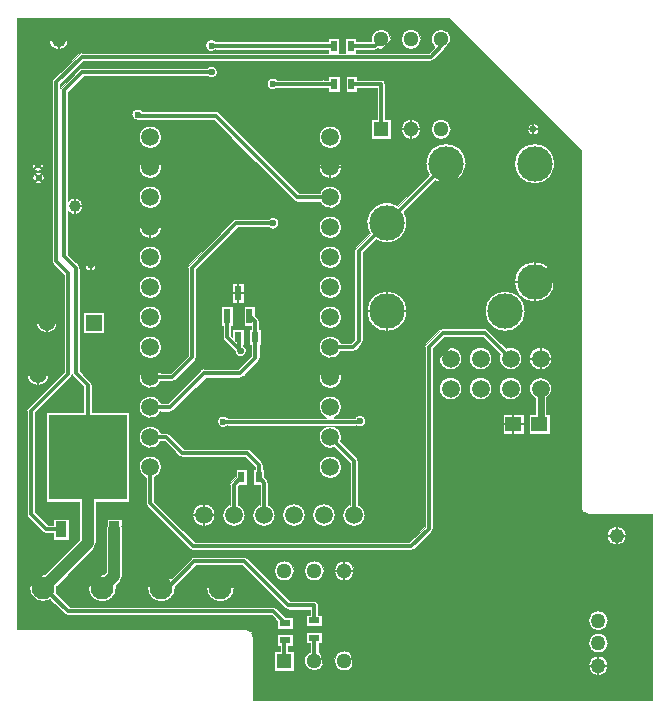
<source format=gbr>
%FSLAX35Y35*%
%MOIN*%
G04 EasyPC Gerber Version 18.0.8 Build 3632 *
%ADD15R,0.02200X0.03700*%
%ADD18R,0.02300X0.05000*%
%ADD13R,0.03500X0.05500*%
%ADD14R,0.26000X0.28400*%
%ADD141R,0.05100X0.05100*%
%ADD150R,0.05400X0.05400*%
%ADD10C,0.00394*%
%ADD11C,0.00787*%
%ADD165C,0.01181*%
%ADD19C,0.02362*%
%ADD164C,0.03937*%
%ADD70C,0.04800*%
%ADD139C,0.05000*%
%ADD142C,0.05100*%
%ADD151C,0.05400*%
%ADD166C,0.05600*%
%ADD12C,0.05906*%
%ADD143C,0.07677*%
%ADD140C,0.11811*%
%ADD16R,0.03700X0.02200*%
%ADD17R,0.05400X0.05100*%
X0Y0D02*
D02*
D10*
X80641Y25635D02*
X81072D01*
Y25096*
G75*
G02X81406Y23872I-2082J-1225*
G01*
Y2665*
X214370*
Y64763*
X193163*
G75*
G02X190748Y67179J2415*
G01*
Y186257*
X146887Y230118*
X2665*
Y26287*
X78990*
G75*
G02X80641Y25635J-2415*
G01*
X6225Y111068D02*
G75*
G02X13400I3587D01*
G01*
G75*
G02X6225I-3587*
G01*
X7844Y180950D02*
G75*
G02X11781I1969D01*
G01*
G75*
G02X7844I-1969*
G01*
X8041Y176816D02*
G75*
G02X11978I1969D01*
G01*
G75*
G02X8041I-1969*
G01*
X9278Y128587D02*
G75*
G02X16252I3487D01*
G01*
G75*
G02X9278I-3487*
G01*
X12262Y44778D02*
X23592Y56107D01*
Y68923*
X12561*
Y98895*
X24970*
Y107347*
X21436Y110881*
G75*
G02X21203Y111192I974J975*
G01*
G75*
G02X20826Y110487I-1351J269*
G01*
X8828Y98489*
Y65379*
X13170Y61037*
X14951*
Y63194*
X20026*
Y56120*
X14951*
Y58281*
X12599*
G75*
G02X11625Y58684J1378*
G01*
X6476Y63833*
G75*
G02X6072Y64808I974J974*
G01*
Y99060*
G75*
G02X6476Y100034I1378*
G01*
X18474Y112032*
Y144552*
X14940Y148085*
G75*
G02X14537Y149060I974J974*
G01*
Y208706*
G75*
G02X14940Y209680I1378*
G01*
X23405Y218144*
G75*
G02X24379Y218548I974J-974*
G01*
X106453*
Y219532*
X69092*
G75*
G02X65718Y220910I-1406J1378*
G01*
G75*
G02X69092Y222288I1969*
G01*
X106453*
Y223549*
X110226*
Y218548*
X112152*
Y223549*
X115927*
Y222288*
X120913*
G75*
G02X124182Y226295I3270J669*
G01*
G75*
G02Y219620J-3337*
G01*
G75*
G02X122999Y219837I0J3337*
G01*
G75*
G02X122135Y219532I-864J1074*
G01*
X115927*
Y218548*
X140147*
X142017Y220418*
G75*
G02X144182Y226295I2165J2539*
G01*
G75*
G02X145284Y219807J-3337*
G01*
G75*
G02X145157Y219660I-1101J828*
G01*
X141692Y216196*
G75*
G02X140718Y215792I-974J974*
G01*
X24950*
X17293Y208135*
Y206659*
G75*
G02X17499Y206924I1181J-709*
G01*
X23602Y213026*
G75*
G02X24576Y213430I974J-974*
G01*
X66280*
G75*
G02X69655Y212052I1406J-1378*
G01*
G75*
G02X66280Y210674I-1969*
G01*
X25147*
X19852Y205379*
Y169072*
G75*
G02X24773Y167367I2165J-1705*
G01*
G75*
G02X19852Y165662I-2756*
G01*
Y151206*
X23385Y147672*
G75*
G02X23789Y146698I-974J-974*
G01*
Y112426*
X27322Y108893*
G75*
G02X27726Y107918I-974J-974*
G01*
Y98895*
X40136*
Y68923*
X29104*
Y54965*
G75*
G02X28296Y53017I-2756*
G01*
X16160Y40880*
G75*
G02X15809Y38319I-4576J-678*
G01*
X20422Y33706*
X88253*
G75*
G02X89227Y33303J-1378*
G01*
X92157Y30372*
X94734*
Y26596*
X89459*
Y29173*
X87682Y30950*
X19852*
G75*
G02X18877Y31354J1378*
G01*
X13984Y36247*
G75*
G02X6958Y40202I-2400J3954*
G01*
G75*
G02X12262Y44778I4626*
G01*
X13515Y222682D02*
G75*
G02X19889I3187D01*
G01*
G75*
G02X13515I-3187*
G01*
X25363Y147682D02*
G75*
G02X29300I1969D01*
G01*
G75*
G02X25363I-1969*
G01*
X31947Y44778D02*
X32450Y45280D01*
Y59659*
G75*
G02X32667Y60731I2756*
G01*
Y63194*
X37742*
Y60737*
G75*
G02X37962Y59659I-2537J-1078*
G01*
Y44139*
G75*
G02X37155Y42190I-2756*
G01*
X35845Y40880*
G75*
G02X35895Y40202I-4575J-678*
G01*
G75*
G02X26643I-4626*
G01*
G75*
G02X31947Y44778I4626*
G01*
X31951Y132076D02*
Y125100D01*
X24978*
Y132076*
X31951*
X43472Y195950D02*
G75*
G02X41111Y197879I-392J1929D01*
G01*
G75*
G02X44683Y199020I1969*
G01*
X69064*
G75*
G02X70147Y198573J-1535*
G01*
X78651Y190109*
G75*
G02X78654Y190106I-1032J-1207*
G01*
X96865Y171894*
X103843*
G75*
G02X110993Y170359I3411J-1535*
G01*
G75*
G02X103843Y168824I-3740*
G01*
X96230*
G75*
G02X95144Y169273J1535*
G01*
X76485Y187932*
X68430Y195950*
X43472*
X45875Y76882D02*
G75*
G02X43513Y80359I1378J3477D01*
G01*
G75*
G02X50993I3740*
G01*
G75*
G02X48631Y76882I-3740*
G01*
Y68883*
X62155Y55359*
X133651*
X138749Y60457*
Y120517*
G75*
G02X139153Y121491I1378*
G01*
X143877Y126215*
G75*
G02X144852Y126619I974J-974*
G01*
X158670*
G75*
G02X159645Y126215J-1378*
G01*
X165848Y120013*
G75*
G02X167332Y120320I1484J-3433*
G01*
G75*
G02Y112839J-3740*
G01*
G75*
G02X163899Y118064J3740*
G01*
X158100Y123863*
X145422*
X141505Y119946*
Y59887*
G75*
G02X141102Y58912I-1378*
G01*
X135196Y53007*
G75*
G02X134222Y52603I-974J974*
G01*
X61584*
G75*
G02X60609Y53007J1378*
G01*
X46279Y67337*
G75*
G02X45875Y68312I974J974*
G01*
Y76882*
X50664Y98824D02*
G75*
G02X43513Y100359I-3411J1535D01*
G01*
G75*
G02X50664Y101894I3740*
G01*
X53192*
X64041Y112744*
G75*
G02X65127Y113194I1086J-1086*
G01*
X76499*
X80718Y117412*
Y121226*
X80262*
Y126502*
X80772*
Y127553*
X78356*
Y134128*
X82230*
Y130853*
X83125Y129958*
G75*
G02X83528Y128984I-974J-974*
G01*
Y126502*
X84037*
Y121226*
X83789*
Y116776*
G75*
G02X83339Y115691I-1535*
G01*
X78221Y110572*
G75*
G02X77135Y110123I-1086J1086*
G01*
X65763*
X54914Y99273*
G75*
G02X53828Y98824I-1086J1086*
G01*
X50664*
X50730Y88981D02*
G75*
G02X43513Y90359I-3477J1378D01*
G01*
G75*
G02X50730Y91737I3740*
G01*
X52568*
G75*
G02X53543Y91333J-1378*
G01*
X58415Y86461*
X79497*
G75*
G02X80472Y86058J-1378*
G01*
X84409Y82121*
G75*
G02X84812Y81146I-974J-974*
G01*
Y79651*
X85219*
Y77098*
X86102Y76215*
G75*
G02X86505Y75241I-974J-974*
G01*
Y67891*
G75*
G02X88867Y64414I-1378J-3477*
G01*
G75*
G02X81387I-3740*
G01*
G75*
G02X83749Y67891I3740*
G01*
Y74376*
X81443*
Y79651*
X82056*
Y80576*
X78926Y83706*
X57844*
G75*
G02X56869Y84109J1378*
G01*
X51997Y88981*
X50730*
Y108981D02*
G75*
G02X43513Y110359I-3477J1378D01*
G01*
G75*
G02X50730Y111737I3740*
G01*
X54005*
X59812Y117544*
Y146894*
G75*
G02X60216Y147869I1378*
G01*
X74980Y162633*
G75*
G02X75954Y163036I974J-974*
G01*
X86753*
G75*
G02X90127Y161658I1406J-1378*
G01*
G75*
G02X86753Y160280I-1969*
G01*
X76525*
X62568Y146324*
Y116973*
G75*
G02X62165Y115999I-1378*
G01*
X55550Y109385*
G75*
G02X54576Y108981I-974J974*
G01*
X50730*
X50993Y120359D02*
G75*
G02X43513I-3740D01*
G01*
G75*
G02X50993I3740*
G01*
Y130359D02*
G75*
G02X43513I-3740D01*
G01*
G75*
G02X50993I3740*
G01*
Y140359D02*
G75*
G02X43513I-3740D01*
G01*
G75*
G02X50993I3740*
G01*
Y150359D02*
G75*
G02X43513I-3740D01*
G01*
G75*
G02X50993I3740*
G01*
Y160359D02*
G75*
G02X43513I-3740D01*
G01*
G75*
G02X50993I3740*
G01*
Y170359D02*
G75*
G02X43513I-3740D01*
G01*
G75*
G02X50993I3740*
G01*
Y180359D02*
G75*
G02X43513I-3740D01*
G01*
G75*
G02X50993I3740*
G01*
Y190359D02*
G75*
G02X43513I-3740D01*
G01*
G75*
G02X50993I3740*
G01*
X54331Y43363D02*
X61003Y50034D01*
G75*
G02X61978Y50438I974J-974*
G01*
X78513*
G75*
G02X79487Y50034J-1378*
G01*
X93848Y35674*
X101938*
G75*
G02X103316Y34296J-1378*
G01*
Y31159*
X104577*
Y27383*
X99301*
Y31159*
X100560*
Y32918*
X93277*
G75*
G02X92302Y33322J1378*
G01*
X77942Y47682*
X62548*
X55554Y40688*
G75*
G02X55580Y40202I-4600J-486*
G01*
G75*
G02X46328I-4626*
G01*
G75*
G02X54331Y43363I4626*
G01*
X61387Y64414D02*
G75*
G02X68867I3740D01*
G01*
G75*
G02X61387I-3740*
G01*
X66013Y40202D02*
G75*
G02X75265I4626D01*
G01*
G75*
G02X66013I-4626*
G01*
X71417Y127553D02*
X70856D01*
Y134128*
X74730*
Y127553*
X74172*
Y124247*
X74563Y123856*
Y126502*
X78337*
Y121226*
X78316*
Y120843*
G75*
G02X79300Y119139I-984J-1705*
G01*
G75*
G02X75363I-1969*
G01*
G75*
G02Y119158I1965J10*
G01*
X71820Y122702*
G75*
G02X71417Y123676I974J974*
G01*
Y127553*
X73029Y94139D02*
G75*
G02X69655Y95517I-1406J1378D01*
G01*
G75*
G02X73029Y96894I1969*
G01*
X105844*
G75*
G02X103513Y100359I1409J3465*
G01*
G75*
G02X110993I3740*
G01*
G75*
G02X108662Y96894I-3740*
G01*
X115521*
G75*
G02X119064Y95713I1575J-1181*
G01*
G75*
G02X115915Y94139I-1969*
G01*
X73029*
X73749Y67891D02*
Y74508D01*
G75*
G02X74153Y75483I1378*
G01*
X75744Y77074*
Y79651*
X79518*
Y74376*
X76943*
X76505Y73937*
Y67891*
G75*
G02X78867Y64414I-1378J-3477*
G01*
G75*
G02X71387I-3740*
G01*
G75*
G02X73749Y67891I3740*
G01*
X74608Y135254D02*
Y141828D01*
X78482*
Y135254*
X74608*
X89565Y206737D02*
G75*
G02X86190Y208115I-1406J1378D01*
G01*
G75*
G02X89565Y209493I1969*
G01*
X104362*
G75*
G02X105026I332J-1379*
G01*
X106650*
Y210754*
X110423*
Y205478*
X106650*
Y206737*
X105026*
G75*
G02X104362I-332J1379*
G01*
X89565*
X90521Y19130D02*
Y20897D01*
X89459*
Y24671*
X94734*
Y20897*
X93277*
Y19130*
X95236*
Y12454*
X88561*
Y19130*
X90521*
X91387Y64414D02*
G75*
G02X98867I3740D01*
G01*
G75*
G02X91387I-3740*
G01*
X91899Y42455D02*
G75*
G02Y49130J3337D01*
G01*
G75*
G02Y42455J-3337*
G01*
X100403Y18776D02*
Y21685D01*
X99301*
Y25458*
X104577*
Y21685*
X103474*
Y18735*
G75*
G02X101899Y12455I-1575J-2943*
G01*
G75*
G02X100403Y18776J3337*
G01*
X101387Y64414D02*
G75*
G02X108867I3740D01*
G01*
G75*
G02X101387I-3740*
G01*
X101899Y42455D02*
G75*
G02Y49130J3337D01*
G01*
G75*
G02Y42455J-3337*
G01*
X108737Y86926D02*
G75*
G02X103513Y90359I-1484J3433D01*
G01*
G75*
G02X110993I3740*
G01*
G75*
G02X110686Y88875I-3740*
G01*
X116102Y83459*
G75*
G02X116505Y82485I-974J-974*
G01*
Y67891*
G75*
G02X118867Y64414I-1378J-3477*
G01*
G75*
G02X111387I-3740*
G01*
G75*
G02X113749Y67891I3740*
G01*
Y81914*
X108737Y86926*
X110730Y121738D02*
X114163D01*
X115325Y122899*
Y152406*
G75*
G02X115728Y153381I1378*
G01*
X120545Y158198*
G75*
G02X129808Y167461I5605J3657*
G01*
X140230Y177883*
G75*
G02X139143Y181540I5606J3657*
G01*
G75*
G02X152529I6693*
G01*
G75*
G02X142179Y175935I-6693*
G01*
X131757Y165512*
G75*
G02X122494Y156249I-5606J-3657*
G01*
X118081Y151835*
Y122328*
G75*
G02X117677Y121353I-1378*
G01*
X115707Y119385*
G75*
G02X114733Y118982I-974J975*
G01*
X110731*
G75*
G02X103513Y120359I-3478J1377*
G01*
G75*
G02X110730Y121738I3740*
G01*
X110993Y80359D02*
G75*
G02X103513I-3740D01*
G01*
G75*
G02X110993I3740*
G01*
Y110359D02*
G75*
G02X103513I-3740D01*
G01*
G75*
G02X110993I3740*
G01*
Y130359D02*
G75*
G02X103513I-3740D01*
G01*
G75*
G02X110993I3740*
G01*
Y140359D02*
G75*
G02X103513I-3740D01*
G01*
G75*
G02X110993I3740*
G01*
Y150359D02*
G75*
G02X103513I-3740D01*
G01*
G75*
G02X110993I3740*
G01*
Y160359D02*
G75*
G02X103513I-3740D01*
G01*
G75*
G02X110993I3740*
G01*
Y180359D02*
G75*
G02X103513I-3740D01*
G01*
G75*
G02X110993I3740*
G01*
Y190359D02*
G75*
G02X103513I-3740D01*
G01*
G75*
G02X110993I3740*
G01*
X111899Y12455D02*
G75*
G02Y19130J3337D01*
G01*
G75*
G02Y12455J-3337*
G01*
Y42455D02*
G75*
G02Y49130J3337D01*
G01*
G75*
G02Y42455J-3337*
G01*
X116124Y206737D02*
Y205478D01*
X112348*
Y210754*
X116124*
Y209493*
X124182*
G75*
G02X125560Y208115J-1378*
G01*
Y196295*
X127520*
Y189620*
X120844*
Y196295*
X122804*
Y206737*
X116124*
X119458Y132328D02*
G75*
G02X132844I6693D01*
G01*
G75*
G02X119458I-6693*
G01*
X134182Y189620D02*
G75*
G02Y196295J3337D01*
G01*
G75*
G02Y189620J-3337*
G01*
Y219620D02*
G75*
G02Y226295J3337D01*
G01*
G75*
G02Y219620J-3337*
G01*
X144182Y189620D02*
G75*
G02Y196295J3337D01*
G01*
G75*
G02Y189620J-3337*
G01*
X147332Y110320D02*
G75*
G02Y102839J-3740D01*
G01*
G75*
G02Y110320J3740*
G01*
Y120320D02*
G75*
G02Y112839J-3740D01*
G01*
G75*
G02Y120320J3740*
G01*
X157332Y110320D02*
G75*
G02Y102839J-3740D01*
G01*
G75*
G02Y110320J3740*
G01*
Y120320D02*
G75*
G02Y112839J-3740D01*
G01*
G75*
G02Y120320J3740*
G01*
X158828Y132328D02*
G75*
G02X172214I6693D01*
G01*
G75*
G02X158828I-6693*
G01*
X164821Y98263D02*
X171793D01*
Y91588*
X164821*
Y98263*
X167332Y110320D02*
G75*
G02Y102839J-3740D01*
G01*
G75*
G02Y110320J3740*
G01*
X173001Y192957D02*
G75*
G02X176938I1969D01*
G01*
G75*
G02X173001I-1969*
G01*
X175363Y98263D02*
Y103399D01*
G75*
G02X177332Y110320I1969J3180*
G01*
G75*
G02X179300Y103399J-3740*
G01*
Y98263*
X180396*
Y91588*
X173419*
Y98263*
X175363*
Y135477D02*
G75*
G02Y148863J6693D01*
G01*
G75*
G02Y135477J-6693*
G01*
Y174847D02*
G75*
G02Y188233J6693D01*
G01*
G75*
G02Y174847J-6693*
G01*
X177332Y120320D02*
G75*
G02Y112839J-3740D01*
G01*
G75*
G02Y120320J3740*
G01*
X196623Y10930D02*
G75*
G02Y17505J3287D01*
G01*
G75*
G02Y10930J-3287*
G01*
Y18430D02*
G75*
G02Y25005J3287D01*
G01*
G75*
G02Y18430J-3287*
G01*
Y25930D02*
G75*
G02Y32505J3287D01*
G01*
G75*
G02Y25930J-3287*
G01*
X199538Y57524D02*
G75*
G02X205913I3187D01*
G01*
G75*
G02X199538I-3187*
G01*
X2665Y111068D02*
G36*
Y106580D01*
X13021*
X17509Y111068*
X13400*
G75*
G02X6225I-3587*
G01*
X2665*
G37*
X6225D02*
G36*
G75*
G02X13400I3587D01*
G01*
X17509*
X18474Y112032*
Y116580*
X2665*
Y111068*
X6225*
G37*
X25147D02*
G36*
X27322Y108893D01*
G75*
G02X27726Y107918I-974J-974*
G01*
Y106580*
X57877*
X62365Y111068*
X57233*
X55550Y109385*
G75*
G02X54576Y108981I-974J974*
G01*
X50730*
G75*
G02X43513Y110359I-3477J1378*
G01*
G75*
G02X43581Y111068I3740*
G01*
X25147*
G37*
X43581D02*
G36*
G75*
G02X50730Y111737I3672J-709D01*
G01*
X54005*
X58848Y116580*
X23789*
Y112426*
X25147Y111068*
X43581*
G37*
X62365D02*
G36*
X64041Y112744D01*
G75*
G02X65127Y113194I1086J-1086*
G01*
X76499*
X79885Y116580*
X62511*
G75*
G02X62165Y115999I-1320J394*
G01*
X57233Y111068*
X62365*
G37*
X78716D02*
G36*
X78221Y110572D01*
G75*
G02X77135Y110123I-1086J1086*
G01*
X65763*
X62220Y106580*
X138749*
Y111068*
X110926*
G75*
G02X110993Y110359I-3673J-709*
G01*
G75*
G02X103513I-3740*
G01*
G75*
G02X103581Y111068I3740*
G01*
X78716*
G37*
X103581D02*
G36*
G75*
G02X110926I3672J-709D01*
G01*
X138749*
Y116580*
X83776*
G75*
G02X83339Y115691I-1523J197*
G01*
X78716Y111068*
X103581*
G37*
X141505D02*
G36*
Y106580D01*
X143592*
G75*
G02X147332Y110320I3740*
G01*
G75*
G02X151072Y106580J-3740*
G01*
X153592*
G75*
G02X157332Y110320I3740*
G01*
G75*
G02X161072Y106580J-3740*
G01*
X163592*
G75*
G02X167332Y110320I3740*
G01*
G75*
G02X171072Y106580J-3740*
G01*
X173592*
G75*
G02X177332Y110320I3740*
G01*
G75*
G02X181072Y106580J-3740*
G01*
X190748*
Y111068*
X141505*
G37*
X190748D02*
G36*
Y116580D01*
X181072*
G75*
G02X177332Y112839I-3740*
G01*
G75*
G02X173592Y116580J3740*
G01*
X171072*
G75*
G02X167332Y112839I-3740*
G01*
G75*
G02X163592Y116580J3740*
G01*
X161072*
G75*
G02X157332Y112839I-3740*
G01*
G75*
G02X153592Y116580J3740*
G01*
X151072*
G75*
G02X147332Y112839I-3740*
G01*
G75*
G02X143592Y116580J3740*
G01*
X141505*
Y111068*
X190748*
G37*
X2665Y180950D02*
G36*
Y176816D01*
X8041*
G75*
G02X11978I1969*
G01*
X14537*
Y180950*
X11781*
G75*
G02X7844I-1969*
G01*
X2665*
G37*
X7844D02*
G36*
G75*
G02X11781I1969D01*
G01*
X14537*
Y190359*
X2665*
Y180950*
X7844*
G37*
X19852D02*
G36*
Y176816D01*
X46056*
G75*
G02X43513Y180359I1197J3543*
G01*
G75*
G02X43560Y180950I3740J0*
G01*
X19852*
G37*
X43560D02*
G36*
G75*
G02X50946I3693J-591D01*
G01*
X83468*
X76485Y187932*
X74047Y190359*
X50993*
G75*
G02X43513I-3740*
G01*
X19852*
Y180950*
X43560*
G37*
X50946D02*
G36*
G75*
G02X50993Y180359I-3694J-590D01*
G01*
G75*
G02X48450Y176816I-3740*
G01*
X87601*
X83468Y180950*
X50946*
G37*
X87810D02*
G36*
X91944Y176816D01*
X106056*
G75*
G02X103513Y180359I1197J3543*
G01*
G75*
G02X103560Y180950I3740J0*
G01*
X87810*
G37*
X103560D02*
G36*
G75*
G02X110946I3693J-591D01*
G01*
X139169*
G75*
G02X139143Y181540I6666J589*
G01*
G75*
G02X152529I6693*
G01*
G75*
G02X152503Y180950I-6693J-1*
G01*
X168696*
G75*
G02X175363Y188233I6667J591*
G01*
G75*
G02X182030Y180950J-6693*
G01*
X190748*
Y186257*
X186646Y190359*
X146277*
G75*
G02X144182Y189620I-2094J2598*
G01*
G75*
G02X142088Y190359J3337*
G01*
X136277*
G75*
G02X134182Y189620I-2094J2598*
G01*
G75*
G02X132088Y190359J3337*
G01*
X127520*
Y189620*
X120844*
Y190359*
X110993*
G75*
G02X103513I-3740*
G01*
X78400*
X78651Y190109*
G75*
G02X78654Y190106I-1032J-1207*
G01*
X87810Y180950*
X103560*
G37*
X110946D02*
G36*
G75*
G02X110993Y180359I-3694J-590D01*
G01*
G75*
G02X108450Y176816I-3740*
G01*
X139163*
X140230Y177883*
G75*
G02X139169Y180950I5606J3657*
G01*
X110946*
G37*
X152503Y180950D02*
G36*
G75*
G02X150576Y176817I-6667J591D01*
G01*
X170622*
G75*
G02X168696Y180950I4741J4724*
G01*
X152503*
G37*
X182030D02*
G36*
G75*
G02X180104Y176817I-6667J591D01*
G01*
X190748*
Y180950*
X182030*
G37*
X2665Y176816D02*
G36*
Y170359D01*
X14537*
Y176816*
X11978*
G75*
G02X8041I-1969*
G01*
X2665*
G37*
X19852D02*
G36*
Y170359D01*
X43513*
G75*
G02X50993I3740*
G01*
X94058*
X87601Y176816*
X48450*
G75*
G02X46056I-1197J3543*
G01*
X19852*
G37*
X91944D02*
G36*
X96865Y171894D01*
X103843*
G75*
G02X110993Y170359I3411J-1535*
G01*
X132706*
X139163Y176816*
X108450*
G75*
G02X106056I-1197J3543*
G01*
X91944*
G37*
X150576D02*
G36*
G75*
G02X142179Y175935I-4741J4724D01*
G01*
X136604Y170359*
X190748*
Y176816*
X180104*
G75*
G02X175363Y174847I-4741J4724*
G01*
G75*
G02X170622Y176816J6693*
G01*
X150576*
G37*
X2665Y128587D02*
G36*
Y120359D01*
X18474*
Y128587*
X16252*
G75*
G02X9278I-3487*
G01*
X2665*
G37*
X9278D02*
G36*
G75*
G02X16252I3487D01*
G01*
X18474*
Y140359*
X2665*
Y128587*
X9278*
G37*
X23789D02*
G36*
Y120359D01*
X43513*
G75*
G02X50993I3740*
G01*
X59812*
Y128587*
X50547*
G75*
G02X43959I-3294J1772*
G01*
X31951*
Y125100*
X24978*
Y128587*
X23789*
G37*
X24978D02*
G36*
Y132076D01*
X31951*
Y128587*
X43959*
G75*
G02X43513Y130359I3294J1771*
G01*
G75*
G02X50993I3740*
G01*
G75*
G02X50547Y128587I-3740J0*
G01*
X59812*
Y140359*
X50993*
G75*
G02X43513I-3740*
G01*
X23789*
Y128587*
X24978*
G37*
X62568D02*
G36*
Y120359D01*
X74163*
X71820Y122702*
G75*
G02X71417Y123676I974J974*
G01*
Y127553*
X70856*
Y128587*
X62568*
G37*
X70856D02*
G36*
Y134128D01*
X74730*
Y128587*
X78356*
Y134128*
X82230*
Y130853*
X83125Y129958*
G75*
G02X83528Y128984I-974J-974*
G01*
Y128587*
X103959*
G75*
G02X103513Y130359I3294J1771*
G01*
G75*
G02X110993I3740*
G01*
G75*
G02X110547Y128587I-3740J0*
G01*
X115325*
Y140359*
X110993*
G75*
G02X103513I-3740*
G01*
X78482*
Y135254*
X74608*
Y140359*
X62568*
Y128587*
X70856*
G37*
X74730D02*
G36*
Y127553D01*
X74172*
Y124247*
X74563Y123856*
Y126502*
X78337*
Y121226*
X78316*
Y120843*
G75*
G02X78876Y120359I-984J-1705*
G01*
X80718*
Y121226*
X80262*
Y126502*
X80772*
Y127553*
X78356*
Y128587*
X74730*
G37*
X83528D02*
G36*
Y126502D01*
X84037*
Y121226*
X83789*
Y120359*
X103513*
G75*
G02X110730Y121738I3740*
G01*
X114163*
X115325Y122899*
Y128587*
X110547*
G75*
G02X103959I-3294J1772*
G01*
X83528*
G37*
X118081D02*
G36*
Y122328D01*
G75*
G02X117677Y121353I-1378*
G01*
X116682Y120359*
X138749*
Y120517*
G75*
G02X139153Y121491I1378*
G01*
X143877Y126215*
G75*
G02X144852Y126619I974J-974*
G01*
X158670*
G75*
G02X159645Y126215J-1378*
G01*
X165501Y120359*
X190748*
Y128587*
X171071*
G75*
G02X159970I-5550J3740*
G01*
X131701*
G75*
G02X120600I-5550J3740*
G01*
X118081*
G37*
X120600D02*
G36*
G75*
G02X119458Y132328I5550J3740D01*
G01*
G75*
G02X132844I6693*
G01*
G75*
G02X131701Y128587I-6693*
G01*
X159970*
G75*
G02X158828Y132328I5550J3740*
G01*
G75*
G02X172214I6693*
G01*
G75*
G02X171071Y128587I-6693*
G01*
X190748*
Y140359*
X181807*
G75*
G02X175363Y135477I-6443J1811*
G01*
G75*
G02X168920Y140359J6693*
G01*
X118081*
Y128587*
X120600*
G37*
X2665Y222682D02*
G36*
Y208116D01*
X14537*
Y208706*
G75*
G02X14940Y209680I1378*
G01*
X23405Y218144*
G75*
G02X24379Y218548I974J-974*
G01*
X106453*
Y219532*
X69092*
G75*
G02X65718Y220910I-1406J1378*
G01*
G75*
G02X66828Y222682I1969*
G01*
X19889*
G75*
G02X13515I-3187*
G01*
X2665*
G37*
X13515D02*
G36*
G75*
G02X19889I3187D01*
G01*
X66828*
G75*
G02X69092Y222288I858J-1772*
G01*
X106453*
Y223549*
X110226*
Y218548*
X112152*
Y223549*
X115927*
Y222288*
X120913*
G75*
G02X124182Y226295I3270J669*
G01*
G75*
G02X127508Y222682J-3337*
G01*
X130856*
G75*
G02X134182Y226295I3326J276*
G01*
G75*
G02X137508Y222682J-3337*
G01*
X140856*
G75*
G02X144182Y226295I3326J276*
G01*
G75*
G02X147508Y222682J-3337*
G01*
X154323*
X146887Y230118*
X2665*
Y222682*
X13515*
G37*
X127508D02*
G36*
G75*
G02X124182Y219620I-3326J276D01*
G01*
G75*
G02X122999Y219837I0J3337*
G01*
G75*
G02X122135Y219532I-864J1074*
G01*
X115927*
Y218548*
X140147*
X142017Y220418*
G75*
G02X140856Y222682I2165J2539*
G01*
X137508*
G75*
G02X134182Y219620I-3326J276*
G01*
G75*
G02X130856Y222682J3337*
G01*
X127508*
G37*
X147508D02*
G36*
G75*
G02X145284Y219807I-3326J276D01*
G01*
G75*
G02X145157Y219660I-1101J828*
G01*
X141692Y216196*
G75*
G02X140718Y215792I-974J974*
G01*
X24950*
X17293Y208135*
Y206659*
G75*
G02X17499Y206924I1181J-709*
G01*
X23602Y213026*
G75*
G02X24576Y213430I974J-974*
G01*
X66280*
G75*
G02X69655Y212052I1406J-1378*
G01*
G75*
G02X66280Y210674I-1969*
G01*
X25147*
X22589Y208116*
X86190*
G75*
G02X89565Y209493I1969J0*
G01*
X104362*
G75*
G02X105026I332J-1379*
G01*
X106650*
Y210754*
X110423*
Y208116*
X112348*
Y210754*
X116124*
Y209493*
X124182*
G75*
G02X125560Y208116J-1377*
G01*
X168889*
X154323Y222682*
X147508*
G37*
X2665Y147682D02*
G36*
Y140359D01*
X18474*
Y144552*
X15344Y147682*
X2665*
G37*
X15344D02*
G36*
X14940Y148085D01*
G75*
G02X14537Y149060I974J974*
G01*
Y160359*
X2665*
Y147682*
X15344*
G37*
X23375D02*
G36*
X23385Y147672D01*
G75*
G02X23789Y146698I-974J-974*
G01*
Y140359*
X43513*
G75*
G02X50993I3740*
G01*
X59812*
Y146894*
G75*
G02X60059Y147682I1378J0*
G01*
X49865*
G75*
G02X44641I-2612J2677*
G01*
X29300*
G75*
G02X25363I-1969*
G01*
X23375*
G37*
X25363D02*
G36*
G75*
G02X29300I1969D01*
G01*
X44641*
G75*
G02X43513Y150359I2612J2677*
G01*
G75*
G02X50993I3740*
G01*
G75*
G02X49865Y147682I-3740*
G01*
X60059*
G75*
G02X60216Y147869I1131J-788*
G01*
X72706Y160359*
X50993*
G75*
G02X43513I-3740*
G01*
X19852*
Y151206*
X23375Y147682*
X25363*
G37*
X63926D02*
G36*
X62568Y146324D01*
Y140359*
X74608*
Y141828*
X78482*
Y140359*
X103513*
G75*
G02X110993I3740*
G01*
X115325*
Y147682*
X109865*
G75*
G02X104641I-2612J2677*
G01*
X63926*
G37*
X104641D02*
G36*
G75*
G02X103513Y150359I2612J2677D01*
G01*
G75*
G02X110993I3740*
G01*
G75*
G02X109865Y147682I-3740*
G01*
X115325*
Y152406*
G75*
G02X115728Y153381I1378*
G01*
X120545Y158198*
G75*
G02X119627Y160359I5605J3658*
G01*
X110993*
G75*
G02X103513I-3740*
G01*
X89637*
G75*
G02X86753Y160280I-1479J1299*
G01*
X76525*
X63926Y147682*
X104641*
G37*
X118081Y147683D02*
G36*
Y140360D01*
X168920*
G75*
G02X171567Y147683I6443J1811*
G01*
X118081*
G37*
X171567Y147682D02*
G36*
G75*
G02X175363Y148863I3797J-5512D01*
G01*
G75*
G02X179160Y147682J-6693*
G01*
X190748*
Y160359*
X132674*
G75*
G02X122494Y156249I-6524J1496*
G01*
X118081Y151835*
Y147682*
X171567*
G37*
X179160Y147683D02*
G36*
G75*
G02X181807Y140360I-3797J-5512D01*
G01*
X190748*
Y147683*
X179160*
G37*
X2665Y49383D02*
G36*
Y45793D01*
X13277*
X16870Y49383*
X2665*
G37*
X16870Y49385D02*
G36*
X23592Y56107D01*
Y68923*
X12561*
Y98895*
X24970*
Y107347*
X21436Y110881*
G75*
G02X21203Y111192I974J975*
G01*
G75*
G02X20826Y110487I-1351J269*
G01*
X8828Y98489*
Y65379*
X13170Y61037*
X14951*
Y63194*
X20026*
Y56120*
X14951*
Y57524*
X2665*
Y49385*
X16870*
G37*
X24665Y49383D02*
G36*
X21072Y45793D01*
X32451*
Y49383*
X24665*
G37*
X32450Y49385D02*
G36*
Y57524D01*
X29104*
Y54965*
G75*
G02X28296Y53017I-2756*
G01*
X24665Y49385*
X32450*
G37*
X37963Y49383D02*
G36*
Y45793D01*
X56761*
X60354Y49383*
X37963*
G37*
X60354Y49385D02*
G36*
X61003Y50034D01*
G75*
G02X61978Y50438I974J-974*
G01*
X78513*
G75*
G02X79487Y50034J-1378*
G01*
X80137Y49385*
X214370*
Y57524*
X205913*
G75*
G02X199538I-3187*
G01*
X139714*
X135196Y53007*
G75*
G02X134222Y52603I-974J974*
G01*
X61584*
G75*
G02X60609Y53007J1378*
G01*
X56092Y57524*
X37962*
Y49385*
X60354*
G37*
X80137D02*
G36*
X83730Y45792D01*
X88561*
G75*
G02X91899Y49130I3337*
G01*
G75*
G02X95236Y45792J-3337*
G01*
X98561*
G75*
G02X101899Y49130I3337*
G01*
G75*
G02X105236Y45792J-3337*
G01*
X108561*
G75*
G02X111899Y49130I3337*
G01*
G75*
G02X115236Y45792J-3337*
G01*
X214370*
Y49385*
X80137*
G37*
X2665Y77387D02*
G36*
Y64414D01*
X6130*
G75*
G02X6072Y64808I1320J394*
G01*
Y77387*
X2665*
G37*
X6073Y77387D02*
G36*
Y94927D01*
X2665*
Y77387*
X6073*
G37*
X40136Y77387D02*
G36*
Y68923D01*
X29104*
Y64414*
X49202*
X46279Y67337*
G75*
G02X45875Y68312I974J974*
G01*
Y76882*
G75*
G02X44983Y77387I1378J3477*
G01*
X40136*
G37*
X44983D02*
G36*
G75*
G02X43513Y80359I2270J2972D01*
G01*
G75*
G02X50993I3740*
G01*
G75*
G02X49524Y77387I-3740*
G01*
X75744*
Y79651*
X79518*
Y77387*
X81443*
Y79651*
X82056*
Y80576*
X78926Y83706*
X57844*
G75*
G02X56869Y84109J1378*
G01*
X51997Y88981*
X50730*
G75*
G02X43513Y90359I-3477J1378*
G01*
G75*
G02X50730Y91737I3740*
G01*
X52568*
G75*
G02X53543Y91333J-1378*
G01*
X58415Y86461*
X79497*
G75*
G02X80472Y86058J-1378*
G01*
X84409Y82121*
G75*
G02X84812Y81146I-974J-974*
G01*
Y79651*
X85219*
Y77387*
X104983*
G75*
G02X103513Y80359I2270J2972*
G01*
G75*
G02X110993I3740*
G01*
G75*
G02X109523Y77387I-3740*
G01*
X113749*
Y81914*
X108737Y86926*
G75*
G02X103513Y90359I-1484J3433*
G01*
G75*
G02X110993I3740*
G01*
G75*
G02X110686Y88875I-3740*
G01*
X116102Y83459*
G75*
G02X116505Y82485I-974J-974*
G01*
Y77387*
X138749*
Y94926*
X118900*
G75*
G02X115915Y94139I-1804J788*
G01*
X73029*
G75*
G02X69745Y94926I-1406J1378*
G01*
X40136*
Y77387*
X44983*
G37*
X49524D02*
G36*
G75*
G02X48631Y76882I-2270J2972D01*
G01*
Y68883*
X53100Y64414*
X61387*
G75*
G02X68867I3740*
G01*
X71387*
G75*
G02X73749Y67891I3740*
G01*
Y74508*
G75*
G02X74153Y75483I1378*
G01*
X75744Y77074*
Y77387*
X49524*
G37*
X79518D02*
G36*
Y74376D01*
X76943*
X76505Y73937*
Y67891*
G75*
G02X78867Y64414I-1378J-3477*
G01*
X81387*
G75*
G02X83749Y67891I3740*
G01*
Y74376*
X81443*
Y77387*
X79518*
G37*
X85219D02*
G36*
Y77098D01*
X86102Y76215*
G75*
G02X86505Y75241I-974J-974*
G01*
Y67891*
G75*
G02X88867Y64414I-1378J-3477*
G01*
X91387*
G75*
G02X98867I3740*
G01*
X101387*
G75*
G02X108867I3740*
G01*
X111387*
G75*
G02X113749Y67891I3740*
G01*
Y77387*
X109523*
G75*
G02X104983I-2270J2972*
G01*
X85219*
G37*
X116505D02*
G36*
Y67891D01*
G75*
G02X118867Y64414I-1378J-3477*
G01*
X138749*
Y77387*
X116505*
G37*
X141505D02*
G36*
Y64414D01*
X214370*
Y64763*
X193163*
G75*
G02X190748Y67179J2415*
G01*
Y77387*
X141505*
G37*
X190748D02*
G36*
Y94926D01*
X180396*
Y91588*
X173419*
Y94926*
X171793*
Y91588*
X164821*
Y94926*
X141505*
Y77387*
X190748*
G37*
X2665Y120360D02*
G36*
Y116580D01*
X18474*
Y120360*
X2665*
G37*
X23789Y120359D02*
G36*
Y116580D01*
X58848*
X59812Y117544*
Y120359*
X50993*
G75*
G02X43513I-3740*
G01*
X23789*
G37*
X62568D02*
G36*
Y116973D01*
G75*
G02X62511Y116580I-1378*
G01*
X79885*
X80718Y117412*
Y120359*
X78876*
G75*
G02X79300Y119139I-1544J-1220*
G01*
G75*
G02X75363I-1969*
G01*
G75*
G02Y119158I1965J10*
G01*
X74163Y120359*
X62568*
G37*
X83789D02*
G36*
Y116776D01*
G75*
G02X83776Y116580I-1535J0*
G01*
X138749*
Y120359*
X116682*
X115707Y119385*
G75*
G02X114733Y118982I-974J975*
G01*
X110731*
G75*
G02X103513Y120359I-3478J1377*
G01*
X83789*
G37*
X165501D02*
G36*
X165848Y120013D01*
G75*
G02X167332Y120320I1484J-3433*
G01*
G75*
G02X171072Y116580J-3740*
G01*
X173592*
G75*
G02X177332Y120320I3740*
G01*
G75*
G02X181072Y116580J-3740*
G01*
X190748*
Y120359*
X165501*
G37*
X14537Y160360D02*
G36*
Y170360D01*
X2665*
Y160360*
X14537*
G37*
X43513Y160359D02*
G36*
G75*
G02X50993I3740D01*
G01*
X72706*
X74980Y162633*
G75*
G02X75954Y163036I974J-974*
G01*
X86753*
G75*
G02X90127Y161658I1406J-1378*
G01*
G75*
G02X89637Y160359I-1969*
G01*
X103513*
G75*
G02X110993I3740*
G01*
X119627*
G75*
G02X129808Y167461I6524J1496*
G01*
X132706Y170359*
X110993*
G75*
G02X103843Y168824I-3740*
G01*
X96230*
G75*
G02X95144Y169273J1535*
G01*
X94058Y170359*
X50993*
G75*
G02X43513I-3740*
G01*
X19852*
Y169072*
G75*
G02X24773Y167367I2165J-1705*
G01*
G75*
G02X19852Y165662I-2756*
G01*
Y160359*
X43513*
G37*
X190748D02*
G36*
Y170359D01*
X136604*
X131757Y165512*
G75*
G02X132674Y160359I-5606J-3657*
G01*
X190748*
G37*
X14537Y190360D02*
G36*
Y192958D01*
X2665*
Y190360*
X14537*
G37*
X43513D02*
G36*
G75*
G02X44563Y192958I3740D01*
G01*
X19852*
Y190360*
X43513*
G37*
X74047D02*
G36*
X71436Y192958D01*
X49943*
G75*
G02X50993Y190360I-2690J-2598*
G01*
X74047*
G37*
X103513D02*
G36*
G75*
G02X104563Y192958I3740D01*
G01*
X75789*
X78400Y190360*
X103513*
G37*
X120844D02*
G36*
Y192958D01*
X109943*
G75*
G02X110993Y190360I-2690J-2598*
G01*
X120844*
G37*
X132088D02*
G36*
G75*
G02X130845Y192958I2094J2598D01*
G01*
X127520*
Y190360*
X132088*
G37*
X142088D02*
G36*
G75*
G02X140845Y192958I2094J2598D01*
G01*
X137520*
G75*
G02X136277Y190360I-3337*
G01*
X142088*
G37*
X186646Y190359D02*
G36*
X184047Y192957D01*
X176938*
G75*
G02X173001I-1969*
G01*
X147520*
G75*
G02X146277Y190359I-3337*
G01*
X186646*
G37*
X2665Y64414D02*
G36*
Y57524D01*
X14951*
Y58281*
X12599*
G75*
G02X11625Y58684J1378*
G01*
X6476Y63833*
G75*
G02X6130Y64414I974J974*
G01*
X2665*
G37*
X29104D02*
G36*
Y57524D01*
X32450*
Y59659*
G75*
G02X32667Y60731I2756*
G01*
Y63194*
X37742*
Y60737*
G75*
G02X37962Y59659I-2537J-1078*
G01*
Y57524*
X56092*
X49202Y64414*
X29104*
G37*
X53100D02*
G36*
X62155Y55359D01*
X133651*
X138749Y60457*
Y64414*
X118867*
G75*
G02X111387I-3740*
G01*
X108867*
G75*
G02X101387I-3740*
G01*
X98867*
G75*
G02X91387I-3740*
G01*
X88867*
G75*
G02X81387I-3740*
G01*
X78867*
G75*
G02X71387I-3740*
G01*
X68867*
G75*
G02X61387I-3740*
G01*
X53100*
G37*
X141505D02*
G36*
Y59887D01*
G75*
G02X141102Y58912I-1378*
G01*
X139714Y57524*
X199538*
G75*
G02X205913I3187*
G01*
X214370*
Y64414*
X141505*
G37*
X2665Y40202D02*
G36*
Y29217D01*
X89415*
X87682Y30950*
X19852*
G75*
G02X18877Y31354J1378*
G01*
X13984Y36247*
G75*
G02X6958Y40202I-2400J3954*
G01*
X2665*
G37*
X6958D02*
G36*
G75*
G02X12262Y44778I4626D01*
G01*
X13277Y45792*
X2665*
Y40202*
X6958*
G37*
X16210D02*
G36*
G75*
G02X15809Y38319I-4626J0D01*
G01*
X20422Y33706*
X88253*
G75*
G02X89227Y33303J-1378*
G01*
X92157Y30372*
X94734*
Y29217*
X99301*
Y31159*
X100560*
Y32918*
X93277*
G75*
G02X92302Y33322J1378*
G01*
X85422Y40202*
X75265*
G75*
G02X66013I-4626*
G01*
X55580*
G75*
G02X46328I-4626*
G01*
X35895*
G75*
G02X26643I-4626*
G01*
X16210*
G37*
X26643D02*
G36*
G75*
G02X31947Y44778I4626D01*
G01*
X32450Y45280*
Y45792*
X21072*
X16160Y40880*
G75*
G02X16210Y40202I-4576J-678*
G01*
X26643*
G37*
X46328D02*
G36*
G75*
G02X54331Y43363I4626D01*
G01*
X56761Y45792*
X37962*
Y44139*
G75*
G02X37155Y42190I-2756*
G01*
X35845Y40880*
G75*
G02X35895Y40202I-4575J-678*
G01*
X46328*
G37*
X66013D02*
G36*
G75*
G02X75265I4626D01*
G01*
X85422*
X77942Y47682*
X62548*
X55554Y40688*
G75*
G02X55580Y40202I-4600J-486*
G01*
X66013*
G37*
X89320D02*
G36*
X93848Y35674D01*
X101938*
G75*
G02X103316Y34296J-1378*
G01*
Y31159*
X104577*
Y29217*
X193336*
G75*
G02X196623Y32505I3287*
G01*
G75*
G02X199911Y29217J-3287*
G01*
X214370*
Y40202*
X89320*
G37*
X214370D02*
G36*
Y45792D01*
X115236*
G75*
G02X111899Y42455I-3337*
G01*
G75*
G02X108561Y45792J3337*
G01*
X105236*
G75*
G02X101899Y42455I-3337*
G01*
G75*
G02X98561Y45792J3337*
G01*
X95236*
G75*
G02X91899Y42455I-3337*
G01*
G75*
G02X88561Y45792J3337*
G01*
X83730*
X89320Y40202*
X214370*
G37*
X2665Y98824D02*
G36*
Y94927D01*
X6073*
Y98824*
X2665*
G37*
X6072Y98824D02*
G36*
Y99060D01*
G75*
G02X6476Y100034I1378*
G01*
X13021Y106580*
X2665*
Y98824*
X6072*
G37*
X40136D02*
G36*
Y94926D01*
X69745*
G75*
G02X69655Y95517I1878J590*
G01*
G75*
G02X73029Y96894I1969*
G01*
X105844*
G75*
G02X103843Y98824I1409J3465*
G01*
X53828*
X50664*
G75*
G02X43843I-3411J1535*
G01*
X40136*
G37*
X43843D02*
G36*
G75*
G02X43513Y100359I3411J1535D01*
G01*
G75*
G02X50664Y101894I3740*
G01*
X53192*
X57877Y106580*
X27726*
Y98895*
X40136*
Y98824*
X43843*
G37*
X103843D02*
G36*
G75*
G02X103513Y100359I3411J1535D01*
G01*
G75*
G02X110993I3740*
G01*
G75*
G02X110664Y98824I-3741J0*
G01*
X138749*
Y106580*
X62220*
X54914Y99273*
G75*
G02X53828Y98824I-1086J1086*
G01*
X103843*
G37*
X110664D02*
G36*
G75*
G02X108662Y96894I-3410J1535D01*
G01*
X115521*
G75*
G02X119064Y95713I1575J-1181*
G01*
G75*
G02X118900Y94926I-1969*
G01*
X138749*
Y98824*
X110664*
G37*
X141505D02*
G36*
Y94926D01*
X164821*
Y98263*
X171793*
Y94926*
X173419*
Y98263*
X175363*
Y98824*
X141505*
G37*
X175363D02*
G36*
Y103399D01*
G75*
G02X173592Y106580I1969J3180*
G01*
X171072*
G75*
G02X167332Y102839I-3740*
G01*
G75*
G02X163592Y106580J3740*
G01*
X161072*
G75*
G02X157332Y102839I-3740*
G01*
G75*
G02X153592Y106580J3740*
G01*
X151072*
G75*
G02X147332Y102839I-3740*
G01*
G75*
G02X143592Y106580J3740*
G01*
X141505*
Y98824*
X175363*
G37*
X179300D02*
G36*
Y98263D01*
X180396*
Y94926*
X190748*
Y98824*
X179300*
G37*
X190748D02*
G36*
Y106580D01*
X181072*
G75*
G02X179300Y103399I-3740*
G01*
Y98824*
X190748*
G37*
X2665Y208116D02*
G36*
Y192958D01*
X14537*
Y208116*
X2665*
G37*
X22589D02*
G36*
X19852Y205379D01*
Y192957*
X44563*
G75*
G02X49943I2690J-2598*
G01*
X71436*
X68430Y195950*
X43472*
G75*
G02X41111Y197879I-392J1929*
G01*
G75*
G02X44683Y199020I1969*
G01*
X69064*
G75*
G02X70147Y198573J-1535*
G01*
X75789Y192957*
X104563*
G75*
G02X109943I2690J-2598*
G01*
X120844*
Y196295*
X122804*
Y206737*
X116124*
Y205478*
X112348*
Y208116*
X110423*
Y205478*
X106650*
Y206737*
X105026*
G75*
G02X104362I-332J1379*
G01*
X89565*
G75*
G02X86190Y208116I-1406J1378*
G01*
X22589*
G37*
X125560D02*
G36*
Y196295D01*
X127520*
Y192957*
X130845*
G75*
G02X134182Y196295I3337*
G01*
G75*
G02X137520Y192957J-3337*
G01*
X140845*
G75*
G02X144182Y196295I3337*
G01*
G75*
G02X147520Y192957J-3337*
G01*
X173001*
G75*
G02X176938I1969*
G01*
X184047*
X168889Y208116*
X125560*
G37*
X81406Y18563D02*
G36*
Y14218D01*
X88561*
Y18563*
X81406*
G37*
X88561D02*
G36*
Y19130D01*
X90521*
Y20897*
X89459*
Y24671*
X94734*
Y20897*
X93277*
Y19130*
X95236*
Y18563*
X100038*
G75*
G02X100403Y18776I1861J-2770*
G01*
Y21685*
X99301*
Y25458*
X104577*
Y21685*
X103474*
Y18735*
G75*
G02X103760Y18563I-1574J-2943*
G01*
X110038*
G75*
G02X111899Y19130I1861J-2770*
G01*
G75*
G02X113760Y18563J-3337*
G01*
X195699*
G75*
G02X196623Y25005I924J3155*
G01*
G75*
G02X197548Y18563J-3287*
G01*
X214370*
Y29217*
X199911*
G75*
G02X196623Y25930I-3287*
G01*
G75*
G02X193336Y29217J3287*
G01*
X104577*
Y27383*
X99301*
Y29217*
X94734*
Y26596*
X89459*
Y29173*
X89415Y29217*
X2665*
Y26287*
X78990*
G75*
G02X80641Y25635J-2415*
G01*
X81072*
Y25096*
G75*
G02X81406Y23872I-2082J-1225*
G01*
Y18563*
X88561*
G37*
X95236D02*
G36*
Y14218D01*
X98956*
G75*
G02X100038Y18563I2942J1574*
G01*
X95236*
G37*
X103760D02*
G36*
G75*
G02X104841Y14218I-1861J-2770D01*
G01*
X108956*
G75*
G02X110038Y18563I2942J1574*
G01*
X103760*
G37*
X113760D02*
G36*
G75*
G02X114841Y14217I-1861J-2770D01*
G01*
X193336*
G75*
G02X196623Y17505I3287*
G01*
G75*
G02X199911Y14217J-3287*
G01*
X214370*
Y18563*
X197548*
G75*
G02X196623Y18430I-924J3155*
G01*
G75*
G02X195699Y18563J3287*
G01*
X113760*
G37*
X143592Y116580D02*
G36*
G75*
G02X147332Y120320I3740D01*
G01*
G75*
G02X151072Y116580J-3740*
G01*
X153592*
G75*
G02X157332Y120320I3740*
G01*
G75*
G02X161072Y116580J-3740*
G01*
X163592*
G75*
G02X163899Y118064I3740*
G01*
X158100Y123863*
X145422*
X141505Y119946*
Y116580*
X143592*
G37*
X81406Y14217D02*
G36*
Y2665D01*
X214370*
Y14217*
X199911*
G75*
G02X196623Y10930I-3287*
G01*
G75*
G02X193336Y14217J3287*
G01*
X114841*
G75*
G02X111899Y12455I-2943J1575*
G01*
G75*
G02X108956Y14217J3337*
G01*
X104841*
G75*
G02X101899Y12455I-2943J1575*
G01*
G75*
G02X98956Y14217J3337*
G01*
X95236*
Y12454*
X88561*
Y14217*
X81406*
G37*
D02*
D11*
X7406Y111068D02*
X6028D01*
X9256Y180393D02*
X8281Y179419D01*
X9256Y181506D02*
X8281Y182481D01*
X9452Y176259D02*
X8478Y175285D01*
X9452Y177372D02*
X8478Y178347D01*
X9812Y108661D02*
Y107283D01*
Y113474D02*
Y114852D01*
X10369Y180393D02*
X11343Y179419D01*
X10369Y181506D02*
X11343Y182481D01*
X10459Y128587D02*
X9081D01*
X10566Y176259D02*
X11540Y175285D01*
X10566Y177372D02*
X11540Y178347D01*
X12219Y111068D02*
X13596D01*
X12765Y126281D02*
Y124903D01*
Y130894D02*
Y132272D01*
X14696Y222682D02*
X13318D01*
X15071Y128587D02*
X16449D01*
X16702Y220676D02*
Y219298D01*
Y224688D02*
Y226066D01*
X18708Y222682D02*
X20086D01*
X22017Y165792D02*
Y164414D01*
Y168942D02*
Y170320D01*
X23592Y167367D02*
X24970D01*
X26544Y147682D02*
X25167D01*
X27332Y146894D02*
Y145517D01*
Y148469D02*
Y149847D01*
X28119Y147682D02*
X29497D01*
X44694Y160359D02*
X43316D01*
X47253Y157800D02*
Y156422D01*
Y162918D02*
Y164296D01*
X49812Y160359D02*
X51190D01*
X62568Y64414D02*
X61190D01*
X65127Y61855D02*
Y60477D01*
Y66973D02*
Y68351D01*
X67686Y64414D02*
X69064D01*
X75788Y138540D02*
X74410D01*
X76544Y136433D02*
Y135056D01*
Y140646D02*
Y142024D01*
X77301Y138540D02*
X78679D01*
X104694Y180359D02*
X103316D01*
X107253Y177800D02*
Y176422D01*
Y182918D02*
Y184296D01*
X109743Y45792D02*
X108365D01*
X109812Y180359D02*
X111190D01*
X111899Y43636D02*
Y42258D01*
Y47948D02*
Y49326D01*
X114055Y45792D02*
X115433D01*
X120639Y132328D02*
X119261D01*
X126151Y126816D02*
Y125438D01*
Y137839D02*
Y139217D01*
X131663Y132328D02*
X133041D01*
X132026Y192957D02*
X130648D01*
X134182Y190801D02*
Y189423D01*
Y195114D02*
Y196492D01*
X136339Y192957D02*
X137717D01*
X166001Y94926D02*
X164623D01*
X168307Y92770D02*
Y91392D01*
Y97082D02*
Y98460D01*
X169852Y142170D02*
X168474D01*
X170614Y94926D02*
X171992D01*
X174182Y192957D02*
X172804D01*
X174773Y116580D02*
X173395D01*
X174970Y192170D02*
Y190792D01*
Y193745D02*
Y195123D01*
X175363Y136658D02*
Y135280D01*
Y147682D02*
Y149060D01*
X175757Y192957D02*
X177135D01*
X177332Y114020D02*
Y112643D01*
Y119139D02*
Y120517D01*
X179891Y116580D02*
X181269D01*
X180875Y142170D02*
X182253D01*
X194517Y14217D02*
X193139D01*
X196623Y12111D02*
Y10733D01*
Y16324D02*
Y17702D01*
X198730Y14217D02*
X200107D01*
X200719Y57524D02*
X199341D01*
X202726Y55518D02*
Y54140D01*
Y59531D02*
Y60909D01*
X204732Y57524D02*
X206110D01*
D02*
D12*
X47253Y80359D03*
Y90359D03*
Y100359D03*
Y110359D03*
Y120359D03*
Y130359D03*
Y140359D03*
Y150359D03*
Y160359D03*
Y170359D03*
Y180359D03*
Y190359D03*
X65127Y64414D03*
X75127D03*
X85127D03*
X95127D03*
X105127D03*
X107253Y80359D03*
Y90359D03*
Y100359D03*
Y110359D03*
Y120359D03*
Y130359D03*
Y140359D03*
Y150359D03*
Y160359D03*
Y170359D03*
Y180359D03*
Y190359D03*
X115127Y64414D03*
X147332Y106580D03*
Y116580D03*
X157332Y106580D03*
Y116580D03*
X167332Y106580D03*
Y116580D03*
X177332Y106580D03*
Y116580D03*
D02*
D13*
X17489Y59659D03*
X35206D03*
D02*
D14*
X26348Y83909D03*
D02*
D15*
X76450Y123863D03*
X77631Y77013D03*
X82150Y123863D03*
X83331Y77013D03*
X108340Y220910D03*
X108537Y208115D03*
X114040Y220910D03*
X114237Y208115D03*
D02*
D16*
X92096Y22785D03*
Y28485D03*
X101938Y23572D03*
Y29272D03*
D02*
D17*
X168307Y94926D03*
X176907D03*
D02*
D18*
X72794Y130840D03*
X76544Y138540D03*
X80294Y130840D03*
D02*
D19*
X9812Y180950D03*
X10009Y176816D03*
X27332Y147682D03*
X43080Y197879D03*
X67686Y212052D03*
Y220910D03*
X71623Y95517D03*
X77332Y119139D03*
X88159Y161658D03*
Y208115D03*
X117096Y95713D03*
X174970Y192957D03*
X176907Y94926D02*
X177332D01*
Y106580*
D02*
D70*
X16702Y222682D03*
X202726Y57524D03*
D02*
D139*
X196623Y14217D03*
Y21717D03*
Y29217D03*
D02*
D140*
X126151Y132328D03*
Y161855D03*
X145836Y181540D03*
X165521Y132328D03*
X175363Y142170D03*
Y181540D03*
D02*
D141*
X91899Y15792D03*
X124182Y192957D03*
D02*
D142*
X91899Y45792D03*
X101899Y15792D03*
Y45792D03*
X111899Y15792D03*
Y45792D03*
X124182Y222957D03*
X134182Y192957D03*
Y222957D03*
X144182Y192957D03*
Y222957D03*
D02*
D143*
X11584Y40202D03*
X31269D03*
X50954D03*
X70639D03*
D02*
D150*
X28465Y128587D03*
D02*
D151*
X12765D03*
D02*
D164*
X11584Y40202D02*
X26348Y54965D01*
Y83909*
X22017Y167564D03*
X35206Y59659D02*
Y44139D01*
X31269Y40202*
D02*
D165*
X17489Y59659D02*
X12599D01*
X7450Y64808*
Y99060*
X19852Y111461*
Y145123*
X15915Y149060*
Y208706*
X24379Y217170*
X140718*
X144182Y220635*
Y222957*
X26348Y83909D02*
Y107918D01*
X22411Y111855*
Y146698*
X18474Y150635*
Y205950*
X24576Y212052*
X67686*
X47253Y80359D02*
Y68312D01*
X61584Y53981*
X134222*
X140127Y59887*
Y120517*
X144852Y125241*
X158670*
X167332Y116580*
X47253Y100359D02*
X53828D01*
X65127Y111658*
X77135*
X82253Y116776*
Y123760*
X82150Y123863*
X47253Y110359D02*
X54576D01*
X61190Y116973*
Y146894*
X75954Y161658*
X88159*
X50954Y40202D02*
X53119D01*
X61978Y49060*
X78513*
X93277Y34296*
X101938*
Y29272*
X67686Y220910D02*
X108340D01*
X72794Y130840D02*
Y123676D01*
X77332Y119139*
X76450Y123863D02*
X76938D01*
Y119139*
X77332*
X77631Y77013D02*
X75127Y74508D01*
Y64414*
X82150Y123863D02*
Y128984D01*
X80294Y130840*
X85127Y64414D02*
Y75217D01*
X83331Y77013*
X85127Y64414D02*
Y75241D01*
X83434Y76934*
Y81146*
X79497Y85083*
X57844*
X52568Y90359*
X47253*
X88159Y208115D02*
X104694D01*
X91899Y15792D02*
Y22785D01*
X92096*
Y28485D02*
X88253Y32328D01*
X19852*
X11978Y40202*
X11584*
X101938Y23572D02*
Y15792D01*
X101899*
X104694Y208115D02*
X108537D01*
X107253Y170359D02*
X96230D01*
X77568Y189020*
X77529*
X69064Y197485*
X43080*
Y197879*
X115127Y64414D02*
Y82485D01*
X107253Y90359*
X117096Y95713D02*
Y95517D01*
X71623*
X124182Y192957D02*
Y208115D01*
X114237*
X124182Y222957D02*
X122135Y220910D01*
X114040*
X145836Y181540D02*
X116702Y152406D01*
Y122328*
X114733Y120359*
X107253*
D02*
D166*
X9812Y111068D03*
X0Y0D02*
M02*

</source>
